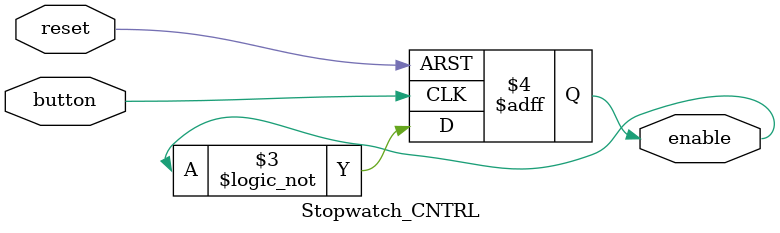
<source format=v>

module Stopwatch_CNTRL (
input button,
input reset,
output reg enable
); 

always @(negedge reset or negedge button)
begin
	if (reset == 0) enable = 0;
	else enable = !enable;
	
end

endmodule 
</source>
